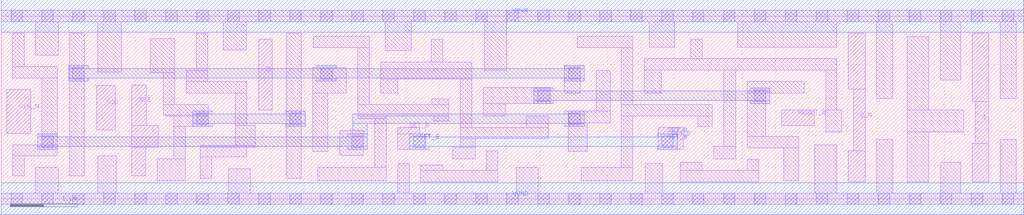
<source format=lef>
# Copyright 2020 The SkyWater PDK Authors
#
# Licensed under the Apache License, Version 2.0 (the "License");
# you may not use this file except in compliance with the License.
# You may obtain a copy of the License at
#
#     https://www.apache.org/licenses/LICENSE-2.0
#
# Unless required by applicable law or agreed to in writing, software
# distributed under the License is distributed on an "AS IS" BASIS,
# WITHOUT WARRANTIES OR CONDITIONS OF ANY KIND, either express or implied.
# See the License for the specific language governing permissions and
# limitations under the License.
#
# SPDX-License-Identifier: Apache-2.0

VERSION 5.7 ;
  NAMESCASESENSITIVE ON ;
  NOWIREEXTENSIONATPIN ON ;
  DIVIDERCHAR "/" ;
  BUSBITCHARS "[]" ;
UNITS
  DATABASE MICRONS 200 ;
END UNITS
MACRO sky130_fd_sc_hd__sdfbbn_2
  CLASS CORE ;
  FOREIGN sky130_fd_sc_hd__sdfbbn_2 ;
  ORIGIN  0.000000  0.000000 ;
  SIZE  15.18000 BY  2.720000 ;
  SYMMETRY X Y R90 ;
  SITE unithd ;
  PIN D
    ANTENNAGATEAREA  0.126000 ;
    DIRECTION INPUT ;
    USE SIGNAL ;
    PORT
      LAYER li1 ;
        RECT 3.825000 1.325000 4.025000 2.375000 ;
    END
  END D
  PIN Q
    ANTENNADIFFAREA  0.445500 ;
    DIRECTION OUTPUT ;
    USE SIGNAL ;
    PORT
      LAYER li1 ;
        RECT 14.415000 0.255000 14.665000 0.825000 ;
        RECT 14.415000 1.445000 14.665000 2.465000 ;
        RECT 14.460000 0.825000 14.665000 1.445000 ;
    END
  END Q
  PIN Q_N
    ANTENNADIFFAREA  0.445500 ;
    DIRECTION OUTPUT ;
    USE SIGNAL ;
    PORT
      LAYER li1 ;
        RECT 12.580000 0.255000 12.830000 0.715000 ;
        RECT 12.580000 1.630000 12.830000 2.465000 ;
        RECT 12.660000 0.715000 12.830000 1.630000 ;
    END
  END Q_N
  PIN RESET_B
    ANTENNAGATEAREA  0.159000 ;
    DIRECTION INPUT ;
    USE SIGNAL ;
    PORT
      LAYER li1 ;
        RECT 11.590000 1.095000 12.070000 1.325000 ;
    END
  END RESET_B
  PIN SCD
    ANTENNAGATEAREA  0.159000 ;
    DIRECTION INPUT ;
    USE SIGNAL ;
    PORT
      LAYER li1 ;
        RECT 1.415000 1.025000 1.695000 1.685000 ;
    END
  END SCD
  PIN SCE
    ANTENNAGATEAREA  0.252000 ;
    DIRECTION INPUT ;
    USE SIGNAL ;
    PORT
      LAYER li1 ;
        RECT 1.935000 0.345000 2.145000 0.765000 ;
        RECT 1.935000 0.765000 2.335000 1.095000 ;
        RECT 1.935000 1.095000 2.155000 1.695000 ;
    END
  END SCE
  PIN SET_B
    ANTENNAGATEAREA  0.252000 ;
    DIRECTION INPUT ;
    USE SIGNAL ;
    PORT
      LAYER li1 ;
        RECT 5.885000 0.735000 6.295000 0.965000 ;
        RECT 5.885000 0.965000 6.215000 1.065000 ;
      LAYER mcon ;
        RECT 6.125000 0.765000 6.295000 0.935000 ;
    END
    PORT
      LAYER li1 ;
        RECT 9.755000 0.735000 10.130000 1.065000 ;
      LAYER mcon ;
        RECT 9.805000 0.765000 9.975000 0.935000 ;
    END
    PORT
      LAYER met1 ;
        RECT 6.065000 0.735000  6.355000 0.780000 ;
        RECT 6.065000 0.780000 10.035000 0.920000 ;
        RECT 6.065000 0.920000  6.355000 0.965000 ;
        RECT 9.745000 0.735000 10.035000 0.780000 ;
        RECT 9.745000 0.920000 10.035000 0.965000 ;
    END
  END SET_B
  PIN CLK_N
    ANTENNAGATEAREA  0.159000 ;
    DIRECTION INPUT ;
    USE CLOCK ;
    PORT
      LAYER li1 ;
        RECT 0.085000 0.975000 0.435000 1.625000 ;
    END
  END CLK_N
  PIN VGND
    DIRECTION INOUT ;
    SHAPE ABUTMENT ;
    USE GROUND ;
    PORT
      LAYER met1 ;
        RECT 0.000000 -0.240000 15.180000 0.240000 ;
    END
  END VGND
  PIN VPWR
    DIRECTION INOUT ;
    SHAPE ABUTMENT ;
    USE POWER ;
    PORT
      LAYER met1 ;
        RECT 0.000000 2.480000 15.180000 2.960000 ;
    END
  END VPWR
  OBS
    LAYER li1 ;
      RECT  0.000000 -0.085000 15.180000 0.085000 ;
      RECT  0.000000  2.635000 15.180000 2.805000 ;
      RECT  0.170000  0.345000  0.345000 0.635000 ;
      RECT  0.170000  0.635000  0.835000 0.805000 ;
      RECT  0.170000  1.795000  0.835000 1.965000 ;
      RECT  0.170000  1.965000  0.345000 2.465000 ;
      RECT  0.515000  0.085000  0.845000 0.465000 ;
      RECT  0.515000  2.135000  0.845000 2.635000 ;
      RECT  0.605000  0.805000  0.835000 1.795000 ;
      RECT  1.015000  0.345000  1.235000 2.465000 ;
      RECT  1.430000  0.085000  1.705000 0.635000 ;
      RECT  1.430000  1.885000  1.785000 2.635000 ;
      RECT  2.215000  1.875000  2.575000 2.385000 ;
      RECT  2.315000  0.265000  2.730000 0.595000 ;
      RECT  2.405000  1.250000  3.075000 1.405000 ;
      RECT  2.405000  1.405000  2.575000 1.875000 ;
      RECT  2.435000  1.235000  3.075000 1.250000 ;
      RECT  2.560000  0.595000  2.730000 1.075000 ;
      RECT  2.560000  1.075000  3.075000 1.235000 ;
      RECT  2.745000  1.575000  3.645000 1.745000 ;
      RECT  2.745000  1.745000  3.065000 1.905000 ;
      RECT  2.895000  1.905000  3.065000 2.465000 ;
      RECT  2.955000  0.305000  3.125000 0.625000 ;
      RECT  2.955000  0.625000  3.645000 0.765000 ;
      RECT  2.955000  0.765000  3.770000 0.795000 ;
      RECT  3.295000  2.215000  3.640000 2.635000 ;
      RECT  3.370000  0.085000  3.700000 0.445000 ;
      RECT  3.475000  0.795000  3.770000 1.095000 ;
      RECT  3.475000  1.095000  3.645000 1.575000 ;
      RECT  4.230000  0.305000  4.455000 2.465000 ;
      RECT  4.625000  0.705000  4.845000 1.575000 ;
      RECT  4.625000  1.575000  5.125000 1.955000 ;
      RECT  4.635000  2.250000  5.465000 2.420000 ;
      RECT  4.700000  0.265000  5.715000 0.465000 ;
      RECT  5.025000  0.645000  5.375000 1.015000 ;
      RECT  5.295000  1.195000  5.715000 1.235000 ;
      RECT  5.295000  1.235000  6.645000 1.405000 ;
      RECT  5.295000  1.405000  5.465000 2.250000 ;
      RECT  5.545000  0.465000  5.715000 1.195000 ;
      RECT  5.635000  1.575000  5.885000 1.785000 ;
      RECT  5.635000  1.785000  6.985000 2.035000 ;
      RECT  5.705000  2.205000  6.085000 2.635000 ;
      RECT  5.885000  0.085000  6.055000 0.525000 ;
      RECT  6.225000  0.255000  7.375000 0.425000 ;
      RECT  6.225000  0.425000  6.555000 0.505000 ;
      RECT  6.385000  2.035000  6.555000 2.375000 ;
      RECT  6.395000  1.405000  6.645000 1.485000 ;
      RECT  6.425000  1.155000  6.645000 1.235000 ;
      RECT  6.705000  0.595000  7.035000 0.765000 ;
      RECT  6.815000  0.765000  7.035000 0.895000 ;
      RECT  6.815000  0.895000  8.125000 1.065000 ;
      RECT  6.815000  1.065000  6.985000 1.785000 ;
      RECT  7.155000  1.235000  7.485000 1.415000 ;
      RECT  7.155000  1.415000  8.160000 1.655000 ;
      RECT  7.175000  1.915000  7.505000 2.635000 ;
      RECT  7.205000  0.425000  7.375000 0.715000 ;
      RECT  7.645000  0.085000  7.975000 0.465000 ;
      RECT  7.795000  1.065000  8.125000 1.235000 ;
      RECT  8.360000  1.575000  8.595000 1.985000 ;
      RECT  8.420000  0.705000  8.705000 1.125000 ;
      RECT  8.420000  1.125000  9.040000 1.305000 ;
      RECT  8.550000  2.250000  9.380000 2.420000 ;
      RECT  8.615000  0.265000  9.380000 0.465000 ;
      RECT  8.835000  1.305000  9.040000 1.905000 ;
      RECT  9.210000  0.465000  9.380000 1.235000 ;
      RECT  9.210000  1.235000 10.560000 1.405000 ;
      RECT  9.210000  1.405000  9.380000 2.250000 ;
      RECT  9.550000  1.575000  9.800000 1.915000 ;
      RECT  9.550000  1.915000 12.410000 2.085000 ;
      RECT  9.560000  0.085000  9.820000 0.525000 ;
      RECT  9.620000  2.255000 10.000000 2.635000 ;
      RECT 10.080000  0.255000 11.250000 0.425000 ;
      RECT 10.080000  0.425000 10.410000 0.545000 ;
      RECT 10.240000  2.085000 10.410000 2.375000 ;
      RECT 10.340000  1.075000 10.560000 1.235000 ;
      RECT 10.580000  0.595000 10.910000 0.780000 ;
      RECT 10.730000  0.780000 10.910000 1.915000 ;
      RECT 10.940000  2.255000 12.410000 2.635000 ;
      RECT 11.080000  0.425000 11.250000 0.585000 ;
      RECT 11.080000  0.755000 11.845000 0.925000 ;
      RECT 11.080000  0.925000 11.355000 1.575000 ;
      RECT 11.080000  1.575000 11.925000 1.745000 ;
      RECT 11.620000  0.265000 11.845000 0.755000 ;
      RECT 12.080000  0.085000 12.410000 0.805000 ;
      RECT 12.240000  0.995000 12.480000 1.325000 ;
      RECT 12.240000  1.325000 12.410000 1.915000 ;
      RECT 13.000000  0.085000 13.235000 0.885000 ;
      RECT 13.000000  1.495000 13.235000 2.635000 ;
      RECT 13.455000  0.255000 13.770000 0.995000 ;
      RECT 13.455000  0.995000 14.290000 1.325000 ;
      RECT 13.455000  1.325000 13.770000 2.415000 ;
      RECT 13.950000  0.085000 14.245000 0.545000 ;
      RECT 13.950000  1.765000 14.245000 2.635000 ;
      RECT 14.835000  0.085000 15.075000 0.885000 ;
      RECT 14.835000  1.495000 15.075000 2.635000 ;
    LAYER mcon ;
      RECT  0.145000 -0.085000  0.315000 0.085000 ;
      RECT  0.145000  2.635000  0.315000 2.805000 ;
      RECT  0.605000 -0.085000  0.775000 0.085000 ;
      RECT  0.605000  0.765000  0.775000 0.935000 ;
      RECT  0.605000  2.635000  0.775000 2.805000 ;
      RECT  1.065000 -0.085000  1.235000 0.085000 ;
      RECT  1.065000  1.785000  1.235000 1.955000 ;
      RECT  1.065000  2.635000  1.235000 2.805000 ;
      RECT  1.525000 -0.085000  1.695000 0.085000 ;
      RECT  1.525000  2.635000  1.695000 2.805000 ;
      RECT  1.985000 -0.085000  2.155000 0.085000 ;
      RECT  1.985000  2.635000  2.155000 2.805000 ;
      RECT  2.445000 -0.085000  2.615000 0.085000 ;
      RECT  2.445000  2.635000  2.615000 2.805000 ;
      RECT  2.905000 -0.085000  3.075000 0.085000 ;
      RECT  2.905000  1.105000  3.075000 1.275000 ;
      RECT  2.905000  2.635000  3.075000 2.805000 ;
      RECT  3.365000 -0.085000  3.535000 0.085000 ;
      RECT  3.365000  2.635000  3.535000 2.805000 ;
      RECT  3.825000 -0.085000  3.995000 0.085000 ;
      RECT  3.825000  2.635000  3.995000 2.805000 ;
      RECT  4.285000 -0.085000  4.455000 0.085000 ;
      RECT  4.285000  1.105000  4.455000 1.275000 ;
      RECT  4.285000  2.635000  4.455000 2.805000 ;
      RECT  4.745000 -0.085000  4.915000 0.085000 ;
      RECT  4.745000  1.785000  4.915000 1.955000 ;
      RECT  4.745000  2.635000  4.915000 2.805000 ;
      RECT  5.205000 -0.085000  5.375000 0.085000 ;
      RECT  5.205000  0.765000  5.375000 0.935000 ;
      RECT  5.205000  2.635000  5.375000 2.805000 ;
      RECT  5.665000 -0.085000  5.835000 0.085000 ;
      RECT  5.665000  2.635000  5.835000 2.805000 ;
      RECT  6.125000 -0.085000  6.295000 0.085000 ;
      RECT  6.125000  2.635000  6.295000 2.805000 ;
      RECT  6.585000 -0.085000  6.755000 0.085000 ;
      RECT  6.585000  2.635000  6.755000 2.805000 ;
      RECT  7.045000 -0.085000  7.215000 0.085000 ;
      RECT  7.045000  2.635000  7.215000 2.805000 ;
      RECT  7.505000 -0.085000  7.675000 0.085000 ;
      RECT  7.505000  2.635000  7.675000 2.805000 ;
      RECT  7.965000 -0.085000  8.135000 0.085000 ;
      RECT  7.965000  1.445000  8.135000 1.615000 ;
      RECT  7.965000  2.635000  8.135000 2.805000 ;
      RECT  8.425000 -0.085000  8.595000 0.085000 ;
      RECT  8.425000  1.105000  8.595000 1.275000 ;
      RECT  8.425000  1.785000  8.595000 1.955000 ;
      RECT  8.425000  2.635000  8.595000 2.805000 ;
      RECT  8.885000 -0.085000  9.055000 0.085000 ;
      RECT  8.885000  2.635000  9.055000 2.805000 ;
      RECT  9.345000 -0.085000  9.515000 0.085000 ;
      RECT  9.345000  2.635000  9.515000 2.805000 ;
      RECT  9.805000 -0.085000  9.975000 0.085000 ;
      RECT  9.805000  2.635000  9.975000 2.805000 ;
      RECT 10.265000 -0.085000 10.435000 0.085000 ;
      RECT 10.265000  2.635000 10.435000 2.805000 ;
      RECT 10.725000 -0.085000 10.895000 0.085000 ;
      RECT 10.725000  2.635000 10.895000 2.805000 ;
      RECT 11.185000 -0.085000 11.355000 0.085000 ;
      RECT 11.185000  1.445000 11.355000 1.615000 ;
      RECT 11.185000  2.635000 11.355000 2.805000 ;
      RECT 11.645000 -0.085000 11.815000 0.085000 ;
      RECT 11.645000  2.635000 11.815000 2.805000 ;
      RECT 12.105000 -0.085000 12.275000 0.085000 ;
      RECT 12.105000  2.635000 12.275000 2.805000 ;
      RECT 12.565000 -0.085000 12.735000 0.085000 ;
      RECT 12.565000  2.635000 12.735000 2.805000 ;
      RECT 13.025000 -0.085000 13.195000 0.085000 ;
      RECT 13.025000  2.635000 13.195000 2.805000 ;
      RECT 13.485000 -0.085000 13.655000 0.085000 ;
      RECT 13.485000  2.635000 13.655000 2.805000 ;
      RECT 13.945000 -0.085000 14.115000 0.085000 ;
      RECT 13.945000  2.635000 14.115000 2.805000 ;
      RECT 14.405000 -0.085000 14.575000 0.085000 ;
      RECT 14.405000  2.635000 14.575000 2.805000 ;
      RECT 14.865000 -0.085000 15.035000 0.085000 ;
      RECT 14.865000  2.635000 15.035000 2.805000 ;
    LAYER met1 ;
      RECT  0.545000 0.735000  0.835000 0.780000 ;
      RECT  0.545000 0.780000  5.435000 0.920000 ;
      RECT  0.545000 0.920000  0.835000 0.965000 ;
      RECT  1.005000 1.755000  1.295000 1.800000 ;
      RECT  1.005000 1.800000  8.655000 1.940000 ;
      RECT  1.005000 1.940000  1.295000 1.985000 ;
      RECT  2.845000 1.075000  3.135000 1.120000 ;
      RECT  2.845000 1.120000  4.515000 1.260000 ;
      RECT  2.845000 1.260000  3.135000 1.305000 ;
      RECT  4.225000 1.075000  4.515000 1.120000 ;
      RECT  4.225000 1.260000  4.515000 1.305000 ;
      RECT  4.685000 1.755000  4.975000 1.800000 ;
      RECT  4.685000 1.940000  4.975000 1.985000 ;
      RECT  5.145000 0.735000  5.435000 0.780000 ;
      RECT  5.145000 0.920000  5.435000 0.965000 ;
      RECT  5.220000 0.965000  5.435000 1.120000 ;
      RECT  5.220000 1.120000  8.655000 1.260000 ;
      RECT  7.905000 1.415000  8.195000 1.460000 ;
      RECT  7.905000 1.460000 11.415000 1.600000 ;
      RECT  7.905000 1.600000  8.195000 1.645000 ;
      RECT  8.365000 1.075000  8.655000 1.120000 ;
      RECT  8.365000 1.260000  8.655000 1.305000 ;
      RECT  8.365000 1.755000  8.655000 1.800000 ;
      RECT  8.365000 1.940000  8.655000 1.985000 ;
      RECT 11.125000 1.415000 11.415000 1.460000 ;
      RECT 11.125000 1.600000 11.415000 1.645000 ;
  END
END sky130_fd_sc_hd__sdfbbn_2
END LIBRARY

</source>
